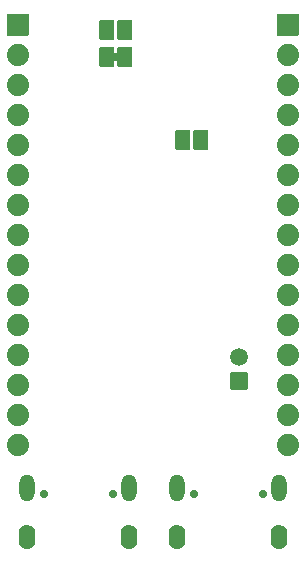
<source format=gbr>
G04 #@! TF.GenerationSoftware,KiCad,Pcbnew,7.0.9-7.0.9~ubuntu22.04.1*
G04 #@! TF.CreationDate,2023-12-08T11:13:10+02:00*
G04 #@! TF.ProjectId,ESP32-H2-DevKit-LiPo_Rev_A,45535033-322d-4483-922d-4465764b6974,A*
G04 #@! TF.SameCoordinates,PX7cc0090PY6a95280*
G04 #@! TF.FileFunction,Soldermask,Bot*
G04 #@! TF.FilePolarity,Negative*
%FSLAX46Y46*%
G04 Gerber Fmt 4.6, Leading zero omitted, Abs format (unit mm)*
G04 Created by KiCad (PCBNEW 7.0.9-7.0.9~ubuntu22.04.1) date 2023-12-08 11:13:10*
%MOMM*%
%LPD*%
G01*
G04 APERTURE LIST*
G04 Aperture macros list*
%AMRoundRect*
0 Rectangle with rounded corners*
0 $1 Rounding radius*
0 $2 $3 $4 $5 $6 $7 $8 $9 X,Y pos of 4 corners*
0 Add a 4 corners polygon primitive as box body*
4,1,4,$2,$3,$4,$5,$6,$7,$8,$9,$2,$3,0*
0 Add four circle primitives for the rounded corners*
1,1,$1+$1,$2,$3*
1,1,$1+$1,$4,$5*
1,1,$1+$1,$6,$7*
1,1,$1+$1,$8,$9*
0 Add four rect primitives between the rounded corners*
20,1,$1+$1,$2,$3,$4,$5,0*
20,1,$1+$1,$4,$5,$6,$7,0*
20,1,$1+$1,$6,$7,$8,$9,0*
20,1,$1+$1,$8,$9,$2,$3,0*%
G04 Aperture macros list end*
%ADD10C,0.701600*%
%ADD11O,1.301600X2.301600*%
%ADD12O,1.401600X2.101600*%
%ADD13RoundRect,0.050800X0.700000X-0.700000X0.700000X0.700000X-0.700000X0.700000X-0.700000X-0.700000X0*%
%ADD14C,1.501600*%
%ADD15RoundRect,0.050800X-0.889000X0.889000X-0.889000X-0.889000X0.889000X-0.889000X0.889000X0.889000X0*%
%ADD16C,1.879600*%
%ADD17RoundRect,0.050800X-0.584200X-0.800100X0.584200X-0.800100X0.584200X0.800100X-0.584200X0.800100X0*%
%ADD18RoundRect,0.050800X0.584200X0.800100X-0.584200X0.800100X-0.584200X-0.800100X0.584200X-0.800100X0*%
%ADD19RoundRect,0.050800X0.381000X0.254000X-0.381000X0.254000X-0.381000X-0.254000X0.381000X-0.254000X0*%
G04 APERTURE END LIST*
D10*
X21940000Y6975000D03*
X16160000Y6975000D03*
D11*
X23370000Y7475000D03*
X14730000Y7475000D03*
D12*
X23370000Y3295000D03*
X14730000Y3295000D03*
D10*
X9240000Y6975000D03*
X3460000Y6975000D03*
D11*
X10670000Y7475000D03*
X2030000Y7475000D03*
D12*
X10670000Y3295000D03*
X2030000Y3295000D03*
D13*
X19920680Y16503650D03*
D14*
X19918140Y18533110D03*
D15*
X1270000Y46685000D03*
D16*
X1270000Y44145000D03*
X1270000Y41605000D03*
X1270000Y39065000D03*
X1270000Y36525000D03*
X1270000Y33985000D03*
X1270000Y31445000D03*
X1270000Y28905000D03*
X1270000Y26365000D03*
X1270000Y23825000D03*
X1270000Y21285000D03*
X1270000Y18745000D03*
X1270000Y16205000D03*
X1270000Y13665000D03*
X1270000Y11125000D03*
D15*
X24130000Y46685000D03*
D16*
X24130000Y44145000D03*
X24130000Y41605000D03*
X24130000Y39065000D03*
X24130000Y36525000D03*
X24130000Y33985000D03*
X24130000Y31445000D03*
X24130000Y28905000D03*
X24130000Y26365000D03*
X24130000Y23825000D03*
X24130000Y21285000D03*
X24130000Y18745000D03*
X24130000Y16205000D03*
X24130000Y13665000D03*
X24130000Y11125000D03*
D17*
X15240000Y36957000D03*
X16764000Y36957000D03*
D18*
X10287000Y46228000D03*
X8763000Y46228000D03*
X10287000Y43942000D03*
X10287000Y43942000D03*
D19*
X9779000Y43942000D03*
X9271000Y43942000D03*
D18*
X8763000Y43942000D03*
M02*

</source>
